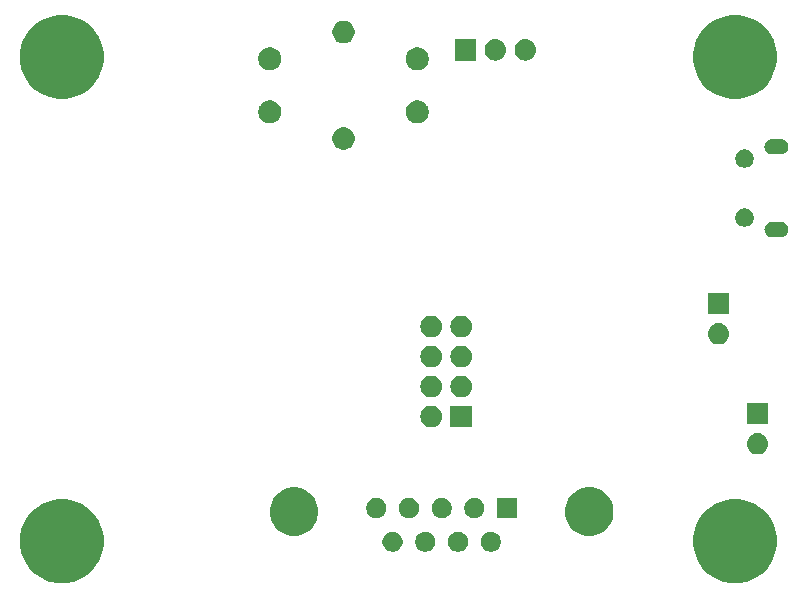
<source format=gbr>
G04 #@! TF.GenerationSoftware,KiCad,Pcbnew,5.1.4+dfsg1-1*
G04 #@! TF.CreationDate,2020-06-04T10:37:17+02:00*
G04 #@! TF.ProjectId,Telemetry,54656c65-6d65-4747-9279-2e6b69636164,rev?*
G04 #@! TF.SameCoordinates,Original*
G04 #@! TF.FileFunction,Soldermask,Bot*
G04 #@! TF.FilePolarity,Negative*
%FSLAX46Y46*%
G04 Gerber Fmt 4.6, Leading zero omitted, Abs format (unit mm)*
G04 Created by KiCad (PCBNEW 5.1.4+dfsg1-1) date 2020-06-04 10:37:17*
%MOMM*%
%LPD*%
G04 APERTURE LIST*
%ADD10C,0.100000*%
G04 APERTURE END LIST*
D10*
G36*
X246035787Y-141585462D02*
G01*
X246035790Y-141585463D01*
X246035789Y-141585463D01*
X246682029Y-141853144D01*
X247263631Y-142241758D01*
X247758242Y-142736369D01*
X248146856Y-143317971D01*
X248261541Y-143594845D01*
X248414538Y-143964213D01*
X248551000Y-144650256D01*
X248551000Y-145349744D01*
X248414538Y-146035787D01*
X248414537Y-146035789D01*
X248146856Y-146682029D01*
X247758242Y-147263631D01*
X247263631Y-147758242D01*
X246682029Y-148146856D01*
X246225068Y-148336135D01*
X246035787Y-148414538D01*
X245349744Y-148551000D01*
X244650256Y-148551000D01*
X243964213Y-148414538D01*
X243774932Y-148336135D01*
X243317971Y-148146856D01*
X242736369Y-147758242D01*
X242241758Y-147263631D01*
X241853144Y-146682029D01*
X241585463Y-146035789D01*
X241585462Y-146035787D01*
X241449000Y-145349744D01*
X241449000Y-144650256D01*
X241585462Y-143964213D01*
X241738459Y-143594845D01*
X241853144Y-143317971D01*
X242241758Y-142736369D01*
X242736369Y-142241758D01*
X243317971Y-141853144D01*
X243964211Y-141585463D01*
X243964210Y-141585463D01*
X243964213Y-141585462D01*
X244650256Y-141449000D01*
X245349744Y-141449000D01*
X246035787Y-141585462D01*
X246035787Y-141585462D01*
G37*
G36*
X189035787Y-141585462D02*
G01*
X189035790Y-141585463D01*
X189035789Y-141585463D01*
X189682029Y-141853144D01*
X190263631Y-142241758D01*
X190758242Y-142736369D01*
X191146856Y-143317971D01*
X191261541Y-143594845D01*
X191414538Y-143964213D01*
X191551000Y-144650256D01*
X191551000Y-145349744D01*
X191414538Y-146035787D01*
X191414537Y-146035789D01*
X191146856Y-146682029D01*
X190758242Y-147263631D01*
X190263631Y-147758242D01*
X189682029Y-148146856D01*
X189225068Y-148336135D01*
X189035787Y-148414538D01*
X188349744Y-148551000D01*
X187650256Y-148551000D01*
X186964213Y-148414538D01*
X186774932Y-148336135D01*
X186317971Y-148146856D01*
X185736369Y-147758242D01*
X185241758Y-147263631D01*
X184853144Y-146682029D01*
X184585463Y-146035789D01*
X184585462Y-146035787D01*
X184449000Y-145349744D01*
X184449000Y-144650256D01*
X184585462Y-143964213D01*
X184738459Y-143594845D01*
X184853144Y-143317971D01*
X185241758Y-142736369D01*
X185736369Y-142241758D01*
X186317971Y-141853144D01*
X186964211Y-141585463D01*
X186964210Y-141585463D01*
X186964213Y-141585462D01*
X187650256Y-141449000D01*
X188349744Y-141449000D01*
X189035787Y-141585462D01*
X189035787Y-141585462D01*
G37*
G36*
X216253228Y-144221703D02*
G01*
X216408100Y-144285853D01*
X216547481Y-144378985D01*
X216666015Y-144497519D01*
X216759147Y-144636900D01*
X216823297Y-144791772D01*
X216856000Y-144956184D01*
X216856000Y-145123816D01*
X216823297Y-145288228D01*
X216759147Y-145443100D01*
X216666015Y-145582481D01*
X216547481Y-145701015D01*
X216408100Y-145794147D01*
X216253228Y-145858297D01*
X216088816Y-145891000D01*
X215921184Y-145891000D01*
X215756772Y-145858297D01*
X215601900Y-145794147D01*
X215462519Y-145701015D01*
X215343985Y-145582481D01*
X215250853Y-145443100D01*
X215186703Y-145288228D01*
X215154000Y-145123816D01*
X215154000Y-144956184D01*
X215186703Y-144791772D01*
X215250853Y-144636900D01*
X215343985Y-144497519D01*
X215462519Y-144378985D01*
X215601900Y-144285853D01*
X215756772Y-144221703D01*
X215921184Y-144189000D01*
X216088816Y-144189000D01*
X216253228Y-144221703D01*
X216253228Y-144221703D01*
G37*
G36*
X219023228Y-144221703D02*
G01*
X219178100Y-144285853D01*
X219317481Y-144378985D01*
X219436015Y-144497519D01*
X219529147Y-144636900D01*
X219593297Y-144791772D01*
X219626000Y-144956184D01*
X219626000Y-145123816D01*
X219593297Y-145288228D01*
X219529147Y-145443100D01*
X219436015Y-145582481D01*
X219317481Y-145701015D01*
X219178100Y-145794147D01*
X219023228Y-145858297D01*
X218858816Y-145891000D01*
X218691184Y-145891000D01*
X218526772Y-145858297D01*
X218371900Y-145794147D01*
X218232519Y-145701015D01*
X218113985Y-145582481D01*
X218020853Y-145443100D01*
X217956703Y-145288228D01*
X217924000Y-145123816D01*
X217924000Y-144956184D01*
X217956703Y-144791772D01*
X218020853Y-144636900D01*
X218113985Y-144497519D01*
X218232519Y-144378985D01*
X218371900Y-144285853D01*
X218526772Y-144221703D01*
X218691184Y-144189000D01*
X218858816Y-144189000D01*
X219023228Y-144221703D01*
X219023228Y-144221703D01*
G37*
G36*
X221793228Y-144221703D02*
G01*
X221948100Y-144285853D01*
X222087481Y-144378985D01*
X222206015Y-144497519D01*
X222299147Y-144636900D01*
X222363297Y-144791772D01*
X222396000Y-144956184D01*
X222396000Y-145123816D01*
X222363297Y-145288228D01*
X222299147Y-145443100D01*
X222206015Y-145582481D01*
X222087481Y-145701015D01*
X221948100Y-145794147D01*
X221793228Y-145858297D01*
X221628816Y-145891000D01*
X221461184Y-145891000D01*
X221296772Y-145858297D01*
X221141900Y-145794147D01*
X221002519Y-145701015D01*
X220883985Y-145582481D01*
X220790853Y-145443100D01*
X220726703Y-145288228D01*
X220694000Y-145123816D01*
X220694000Y-144956184D01*
X220726703Y-144791772D01*
X220790853Y-144636900D01*
X220883985Y-144497519D01*
X221002519Y-144378985D01*
X221141900Y-144285853D01*
X221296772Y-144221703D01*
X221461184Y-144189000D01*
X221628816Y-144189000D01*
X221793228Y-144221703D01*
X221793228Y-144221703D01*
G37*
G36*
X224563228Y-144221703D02*
G01*
X224718100Y-144285853D01*
X224857481Y-144378985D01*
X224976015Y-144497519D01*
X225069147Y-144636900D01*
X225133297Y-144791772D01*
X225166000Y-144956184D01*
X225166000Y-145123816D01*
X225133297Y-145288228D01*
X225069147Y-145443100D01*
X224976015Y-145582481D01*
X224857481Y-145701015D01*
X224718100Y-145794147D01*
X224563228Y-145858297D01*
X224398816Y-145891000D01*
X224231184Y-145891000D01*
X224066772Y-145858297D01*
X223911900Y-145794147D01*
X223772519Y-145701015D01*
X223653985Y-145582481D01*
X223560853Y-145443100D01*
X223496703Y-145288228D01*
X223464000Y-145123816D01*
X223464000Y-144956184D01*
X223496703Y-144791772D01*
X223560853Y-144636900D01*
X223653985Y-144497519D01*
X223772519Y-144378985D01*
X223911900Y-144285853D01*
X224066772Y-144221703D01*
X224231184Y-144189000D01*
X224398816Y-144189000D01*
X224563228Y-144221703D01*
X224563228Y-144221703D01*
G37*
G36*
X233258254Y-140527818D02*
G01*
X233631511Y-140682426D01*
X233631513Y-140682427D01*
X233967436Y-140906884D01*
X234253116Y-141192564D01*
X234422359Y-141445853D01*
X234477574Y-141528489D01*
X234632182Y-141901746D01*
X234711000Y-142297993D01*
X234711000Y-142702007D01*
X234632182Y-143098254D01*
X234494213Y-143431341D01*
X234477573Y-143471513D01*
X234253116Y-143807436D01*
X233967436Y-144093116D01*
X233631513Y-144317573D01*
X233631512Y-144317574D01*
X233631511Y-144317574D01*
X233258254Y-144472182D01*
X232862007Y-144551000D01*
X232457993Y-144551000D01*
X232061746Y-144472182D01*
X231688489Y-144317574D01*
X231688488Y-144317574D01*
X231688487Y-144317573D01*
X231352564Y-144093116D01*
X231066884Y-143807436D01*
X230842427Y-143471513D01*
X230825787Y-143431341D01*
X230687818Y-143098254D01*
X230609000Y-142702007D01*
X230609000Y-142297993D01*
X230687818Y-141901746D01*
X230842426Y-141528489D01*
X230897642Y-141445853D01*
X231066884Y-141192564D01*
X231352564Y-140906884D01*
X231688487Y-140682427D01*
X231688489Y-140682426D01*
X232061746Y-140527818D01*
X232457993Y-140449000D01*
X232862007Y-140449000D01*
X233258254Y-140527818D01*
X233258254Y-140527818D01*
G37*
G36*
X208258254Y-140527818D02*
G01*
X208631511Y-140682426D01*
X208631513Y-140682427D01*
X208967436Y-140906884D01*
X209253116Y-141192564D01*
X209422359Y-141445853D01*
X209477574Y-141528489D01*
X209632182Y-141901746D01*
X209711000Y-142297993D01*
X209711000Y-142702007D01*
X209632182Y-143098254D01*
X209494213Y-143431341D01*
X209477573Y-143471513D01*
X209253116Y-143807436D01*
X208967436Y-144093116D01*
X208631513Y-144317573D01*
X208631512Y-144317574D01*
X208631511Y-144317574D01*
X208258254Y-144472182D01*
X207862007Y-144551000D01*
X207457993Y-144551000D01*
X207061746Y-144472182D01*
X206688489Y-144317574D01*
X206688488Y-144317574D01*
X206688487Y-144317573D01*
X206352564Y-144093116D01*
X206066884Y-143807436D01*
X205842427Y-143471513D01*
X205825787Y-143431341D01*
X205687818Y-143098254D01*
X205609000Y-142702007D01*
X205609000Y-142297993D01*
X205687818Y-141901746D01*
X205842426Y-141528489D01*
X205897642Y-141445853D01*
X206066884Y-141192564D01*
X206352564Y-140906884D01*
X206688487Y-140682427D01*
X206688489Y-140682426D01*
X207061746Y-140527818D01*
X207457993Y-140449000D01*
X207862007Y-140449000D01*
X208258254Y-140527818D01*
X208258254Y-140527818D01*
G37*
G36*
X223178228Y-141381703D02*
G01*
X223333100Y-141445853D01*
X223472481Y-141538985D01*
X223591015Y-141657519D01*
X223684147Y-141796900D01*
X223748297Y-141951772D01*
X223781000Y-142116184D01*
X223781000Y-142283816D01*
X223748297Y-142448228D01*
X223684147Y-142603100D01*
X223591015Y-142742481D01*
X223472481Y-142861015D01*
X223333100Y-142954147D01*
X223178228Y-143018297D01*
X223013816Y-143051000D01*
X222846184Y-143051000D01*
X222681772Y-143018297D01*
X222526900Y-142954147D01*
X222387519Y-142861015D01*
X222268985Y-142742481D01*
X222175853Y-142603100D01*
X222111703Y-142448228D01*
X222079000Y-142283816D01*
X222079000Y-142116184D01*
X222111703Y-141951772D01*
X222175853Y-141796900D01*
X222268985Y-141657519D01*
X222387519Y-141538985D01*
X222526900Y-141445853D01*
X222681772Y-141381703D01*
X222846184Y-141349000D01*
X223013816Y-141349000D01*
X223178228Y-141381703D01*
X223178228Y-141381703D01*
G37*
G36*
X226551000Y-143051000D02*
G01*
X224849000Y-143051000D01*
X224849000Y-141349000D01*
X226551000Y-141349000D01*
X226551000Y-143051000D01*
X226551000Y-143051000D01*
G37*
G36*
X214868228Y-141381703D02*
G01*
X215023100Y-141445853D01*
X215162481Y-141538985D01*
X215281015Y-141657519D01*
X215374147Y-141796900D01*
X215438297Y-141951772D01*
X215471000Y-142116184D01*
X215471000Y-142283816D01*
X215438297Y-142448228D01*
X215374147Y-142603100D01*
X215281015Y-142742481D01*
X215162481Y-142861015D01*
X215023100Y-142954147D01*
X214868228Y-143018297D01*
X214703816Y-143051000D01*
X214536184Y-143051000D01*
X214371772Y-143018297D01*
X214216900Y-142954147D01*
X214077519Y-142861015D01*
X213958985Y-142742481D01*
X213865853Y-142603100D01*
X213801703Y-142448228D01*
X213769000Y-142283816D01*
X213769000Y-142116184D01*
X213801703Y-141951772D01*
X213865853Y-141796900D01*
X213958985Y-141657519D01*
X214077519Y-141538985D01*
X214216900Y-141445853D01*
X214371772Y-141381703D01*
X214536184Y-141349000D01*
X214703816Y-141349000D01*
X214868228Y-141381703D01*
X214868228Y-141381703D01*
G37*
G36*
X220408228Y-141381703D02*
G01*
X220563100Y-141445853D01*
X220702481Y-141538985D01*
X220821015Y-141657519D01*
X220914147Y-141796900D01*
X220978297Y-141951772D01*
X221011000Y-142116184D01*
X221011000Y-142283816D01*
X220978297Y-142448228D01*
X220914147Y-142603100D01*
X220821015Y-142742481D01*
X220702481Y-142861015D01*
X220563100Y-142954147D01*
X220408228Y-143018297D01*
X220243816Y-143051000D01*
X220076184Y-143051000D01*
X219911772Y-143018297D01*
X219756900Y-142954147D01*
X219617519Y-142861015D01*
X219498985Y-142742481D01*
X219405853Y-142603100D01*
X219341703Y-142448228D01*
X219309000Y-142283816D01*
X219309000Y-142116184D01*
X219341703Y-141951772D01*
X219405853Y-141796900D01*
X219498985Y-141657519D01*
X219617519Y-141538985D01*
X219756900Y-141445853D01*
X219911772Y-141381703D01*
X220076184Y-141349000D01*
X220243816Y-141349000D01*
X220408228Y-141381703D01*
X220408228Y-141381703D01*
G37*
G36*
X217638228Y-141381703D02*
G01*
X217793100Y-141445853D01*
X217932481Y-141538985D01*
X218051015Y-141657519D01*
X218144147Y-141796900D01*
X218208297Y-141951772D01*
X218241000Y-142116184D01*
X218241000Y-142283816D01*
X218208297Y-142448228D01*
X218144147Y-142603100D01*
X218051015Y-142742481D01*
X217932481Y-142861015D01*
X217793100Y-142954147D01*
X217638228Y-143018297D01*
X217473816Y-143051000D01*
X217306184Y-143051000D01*
X217141772Y-143018297D01*
X216986900Y-142954147D01*
X216847519Y-142861015D01*
X216728985Y-142742481D01*
X216635853Y-142603100D01*
X216571703Y-142448228D01*
X216539000Y-142283816D01*
X216539000Y-142116184D01*
X216571703Y-141951772D01*
X216635853Y-141796900D01*
X216728985Y-141657519D01*
X216847519Y-141538985D01*
X216986900Y-141445853D01*
X217141772Y-141381703D01*
X217306184Y-141349000D01*
X217473816Y-141349000D01*
X217638228Y-141381703D01*
X217638228Y-141381703D01*
G37*
G36*
X247010443Y-135845519D02*
G01*
X247076627Y-135852037D01*
X247246466Y-135903557D01*
X247402991Y-135987222D01*
X247438729Y-136016552D01*
X247540186Y-136099814D01*
X247623448Y-136201271D01*
X247652778Y-136237009D01*
X247736443Y-136393534D01*
X247787963Y-136563373D01*
X247805359Y-136740000D01*
X247787963Y-136916627D01*
X247736443Y-137086466D01*
X247652778Y-137242991D01*
X247623448Y-137278729D01*
X247540186Y-137380186D01*
X247438729Y-137463448D01*
X247402991Y-137492778D01*
X247246466Y-137576443D01*
X247076627Y-137627963D01*
X247010443Y-137634481D01*
X246944260Y-137641000D01*
X246855740Y-137641000D01*
X246789557Y-137634481D01*
X246723373Y-137627963D01*
X246553534Y-137576443D01*
X246397009Y-137492778D01*
X246361271Y-137463448D01*
X246259814Y-137380186D01*
X246176552Y-137278729D01*
X246147222Y-137242991D01*
X246063557Y-137086466D01*
X246012037Y-136916627D01*
X245994641Y-136740000D01*
X246012037Y-136563373D01*
X246063557Y-136393534D01*
X246147222Y-136237009D01*
X246176552Y-136201271D01*
X246259814Y-136099814D01*
X246361271Y-136016552D01*
X246397009Y-135987222D01*
X246553534Y-135903557D01*
X246723373Y-135852037D01*
X246789557Y-135845519D01*
X246855740Y-135839000D01*
X246944260Y-135839000D01*
X247010443Y-135845519D01*
X247010443Y-135845519D01*
G37*
G36*
X222736600Y-135354600D02*
G01*
X220907400Y-135354600D01*
X220907400Y-133525400D01*
X222736600Y-133525400D01*
X222736600Y-135354600D01*
X222736600Y-135354600D01*
G37*
G36*
X219461294Y-133538633D02*
G01*
X219633695Y-133590931D01*
X219792583Y-133675858D01*
X219931849Y-133790151D01*
X220046142Y-133929417D01*
X220131069Y-134088305D01*
X220183367Y-134260706D01*
X220201025Y-134440000D01*
X220183367Y-134619294D01*
X220131069Y-134791695D01*
X220046142Y-134950583D01*
X219931849Y-135089849D01*
X219792583Y-135204142D01*
X219633695Y-135289069D01*
X219461294Y-135341367D01*
X219326931Y-135354600D01*
X219237069Y-135354600D01*
X219102706Y-135341367D01*
X218930305Y-135289069D01*
X218771417Y-135204142D01*
X218632151Y-135089849D01*
X218517858Y-134950583D01*
X218432931Y-134791695D01*
X218380633Y-134619294D01*
X218362975Y-134440000D01*
X218380633Y-134260706D01*
X218432931Y-134088305D01*
X218517858Y-133929417D01*
X218632151Y-133790151D01*
X218771417Y-133675858D01*
X218930305Y-133590931D01*
X219102706Y-133538633D01*
X219237069Y-133525400D01*
X219326931Y-133525400D01*
X219461294Y-133538633D01*
X219461294Y-133538633D01*
G37*
G36*
X247801000Y-135101000D02*
G01*
X245999000Y-135101000D01*
X245999000Y-133299000D01*
X247801000Y-133299000D01*
X247801000Y-135101000D01*
X247801000Y-135101000D01*
G37*
G36*
X222001294Y-130998633D02*
G01*
X222173695Y-131050931D01*
X222332583Y-131135858D01*
X222471849Y-131250151D01*
X222586142Y-131389417D01*
X222671069Y-131548305D01*
X222723367Y-131720706D01*
X222741025Y-131900000D01*
X222723367Y-132079294D01*
X222671069Y-132251695D01*
X222586142Y-132410583D01*
X222471849Y-132549849D01*
X222332583Y-132664142D01*
X222173695Y-132749069D01*
X222001294Y-132801367D01*
X221866931Y-132814600D01*
X221777069Y-132814600D01*
X221642706Y-132801367D01*
X221470305Y-132749069D01*
X221311417Y-132664142D01*
X221172151Y-132549849D01*
X221057858Y-132410583D01*
X220972931Y-132251695D01*
X220920633Y-132079294D01*
X220902975Y-131900000D01*
X220920633Y-131720706D01*
X220972931Y-131548305D01*
X221057858Y-131389417D01*
X221172151Y-131250151D01*
X221311417Y-131135858D01*
X221470305Y-131050931D01*
X221642706Y-130998633D01*
X221777069Y-130985400D01*
X221866931Y-130985400D01*
X222001294Y-130998633D01*
X222001294Y-130998633D01*
G37*
G36*
X219461294Y-130998633D02*
G01*
X219633695Y-131050931D01*
X219792583Y-131135858D01*
X219931849Y-131250151D01*
X220046142Y-131389417D01*
X220131069Y-131548305D01*
X220183367Y-131720706D01*
X220201025Y-131900000D01*
X220183367Y-132079294D01*
X220131069Y-132251695D01*
X220046142Y-132410583D01*
X219931849Y-132549849D01*
X219792583Y-132664142D01*
X219633695Y-132749069D01*
X219461294Y-132801367D01*
X219326931Y-132814600D01*
X219237069Y-132814600D01*
X219102706Y-132801367D01*
X218930305Y-132749069D01*
X218771417Y-132664142D01*
X218632151Y-132549849D01*
X218517858Y-132410583D01*
X218432931Y-132251695D01*
X218380633Y-132079294D01*
X218362975Y-131900000D01*
X218380633Y-131720706D01*
X218432931Y-131548305D01*
X218517858Y-131389417D01*
X218632151Y-131250151D01*
X218771417Y-131135858D01*
X218930305Y-131050931D01*
X219102706Y-130998633D01*
X219237069Y-130985400D01*
X219326931Y-130985400D01*
X219461294Y-130998633D01*
X219461294Y-130998633D01*
G37*
G36*
X219461294Y-128458633D02*
G01*
X219633695Y-128510931D01*
X219792583Y-128595858D01*
X219931849Y-128710151D01*
X220046142Y-128849417D01*
X220131069Y-129008305D01*
X220183367Y-129180706D01*
X220201025Y-129360000D01*
X220183367Y-129539294D01*
X220131069Y-129711695D01*
X220046142Y-129870583D01*
X219931849Y-130009849D01*
X219792583Y-130124142D01*
X219633695Y-130209069D01*
X219461294Y-130261367D01*
X219326931Y-130274600D01*
X219237069Y-130274600D01*
X219102706Y-130261367D01*
X218930305Y-130209069D01*
X218771417Y-130124142D01*
X218632151Y-130009849D01*
X218517858Y-129870583D01*
X218432931Y-129711695D01*
X218380633Y-129539294D01*
X218362975Y-129360000D01*
X218380633Y-129180706D01*
X218432931Y-129008305D01*
X218517858Y-128849417D01*
X218632151Y-128710151D01*
X218771417Y-128595858D01*
X218930305Y-128510931D01*
X219102706Y-128458633D01*
X219237069Y-128445400D01*
X219326931Y-128445400D01*
X219461294Y-128458633D01*
X219461294Y-128458633D01*
G37*
G36*
X222001294Y-128458633D02*
G01*
X222173695Y-128510931D01*
X222332583Y-128595858D01*
X222471849Y-128710151D01*
X222586142Y-128849417D01*
X222671069Y-129008305D01*
X222723367Y-129180706D01*
X222741025Y-129360000D01*
X222723367Y-129539294D01*
X222671069Y-129711695D01*
X222586142Y-129870583D01*
X222471849Y-130009849D01*
X222332583Y-130124142D01*
X222173695Y-130209069D01*
X222001294Y-130261367D01*
X221866931Y-130274600D01*
X221777069Y-130274600D01*
X221642706Y-130261367D01*
X221470305Y-130209069D01*
X221311417Y-130124142D01*
X221172151Y-130009849D01*
X221057858Y-129870583D01*
X220972931Y-129711695D01*
X220920633Y-129539294D01*
X220902975Y-129360000D01*
X220920633Y-129180706D01*
X220972931Y-129008305D01*
X221057858Y-128849417D01*
X221172151Y-128710151D01*
X221311417Y-128595858D01*
X221470305Y-128510931D01*
X221642706Y-128458633D01*
X221777069Y-128445400D01*
X221866931Y-128445400D01*
X222001294Y-128458633D01*
X222001294Y-128458633D01*
G37*
G36*
X243710442Y-126545518D02*
G01*
X243776627Y-126552037D01*
X243946466Y-126603557D01*
X244102991Y-126687222D01*
X244138729Y-126716552D01*
X244240186Y-126799814D01*
X244323448Y-126901271D01*
X244352778Y-126937009D01*
X244436443Y-127093534D01*
X244487963Y-127263373D01*
X244505359Y-127440000D01*
X244487963Y-127616627D01*
X244436443Y-127786466D01*
X244352778Y-127942991D01*
X244323448Y-127978729D01*
X244240186Y-128080186D01*
X244138729Y-128163448D01*
X244102991Y-128192778D01*
X243946466Y-128276443D01*
X243776627Y-128327963D01*
X243710443Y-128334481D01*
X243644260Y-128341000D01*
X243555740Y-128341000D01*
X243489557Y-128334481D01*
X243423373Y-128327963D01*
X243253534Y-128276443D01*
X243097009Y-128192778D01*
X243061271Y-128163448D01*
X242959814Y-128080186D01*
X242876552Y-127978729D01*
X242847222Y-127942991D01*
X242763557Y-127786466D01*
X242712037Y-127616627D01*
X242694641Y-127440000D01*
X242712037Y-127263373D01*
X242763557Y-127093534D01*
X242847222Y-126937009D01*
X242876552Y-126901271D01*
X242959814Y-126799814D01*
X243061271Y-126716552D01*
X243097009Y-126687222D01*
X243253534Y-126603557D01*
X243423373Y-126552037D01*
X243489558Y-126545518D01*
X243555740Y-126539000D01*
X243644260Y-126539000D01*
X243710442Y-126545518D01*
X243710442Y-126545518D01*
G37*
G36*
X219461294Y-125918633D02*
G01*
X219633695Y-125970931D01*
X219792583Y-126055858D01*
X219931849Y-126170151D01*
X220046142Y-126309417D01*
X220131069Y-126468305D01*
X220183367Y-126640706D01*
X220201025Y-126820000D01*
X220183367Y-126999294D01*
X220131069Y-127171695D01*
X220046142Y-127330583D01*
X219931849Y-127469849D01*
X219792583Y-127584142D01*
X219633695Y-127669069D01*
X219461294Y-127721367D01*
X219326931Y-127734600D01*
X219237069Y-127734600D01*
X219102706Y-127721367D01*
X218930305Y-127669069D01*
X218771417Y-127584142D01*
X218632151Y-127469849D01*
X218517858Y-127330583D01*
X218432931Y-127171695D01*
X218380633Y-126999294D01*
X218362975Y-126820000D01*
X218380633Y-126640706D01*
X218432931Y-126468305D01*
X218517858Y-126309417D01*
X218632151Y-126170151D01*
X218771417Y-126055858D01*
X218930305Y-125970931D01*
X219102706Y-125918633D01*
X219237069Y-125905400D01*
X219326931Y-125905400D01*
X219461294Y-125918633D01*
X219461294Y-125918633D01*
G37*
G36*
X222001294Y-125918633D02*
G01*
X222173695Y-125970931D01*
X222332583Y-126055858D01*
X222471849Y-126170151D01*
X222586142Y-126309417D01*
X222671069Y-126468305D01*
X222723367Y-126640706D01*
X222741025Y-126820000D01*
X222723367Y-126999294D01*
X222671069Y-127171695D01*
X222586142Y-127330583D01*
X222471849Y-127469849D01*
X222332583Y-127584142D01*
X222173695Y-127669069D01*
X222001294Y-127721367D01*
X221866931Y-127734600D01*
X221777069Y-127734600D01*
X221642706Y-127721367D01*
X221470305Y-127669069D01*
X221311417Y-127584142D01*
X221172151Y-127469849D01*
X221057858Y-127330583D01*
X220972931Y-127171695D01*
X220920633Y-126999294D01*
X220902975Y-126820000D01*
X220920633Y-126640706D01*
X220972931Y-126468305D01*
X221057858Y-126309417D01*
X221172151Y-126170151D01*
X221311417Y-126055858D01*
X221470305Y-125970931D01*
X221642706Y-125918633D01*
X221777069Y-125905400D01*
X221866931Y-125905400D01*
X222001294Y-125918633D01*
X222001294Y-125918633D01*
G37*
G36*
X244501000Y-125801000D02*
G01*
X242699000Y-125801000D01*
X242699000Y-123999000D01*
X244501000Y-123999000D01*
X244501000Y-125801000D01*
X244501000Y-125801000D01*
G37*
G36*
X248913855Y-117952140D02*
G01*
X248977618Y-117958420D01*
X249068404Y-117985960D01*
X249100336Y-117995646D01*
X249213425Y-118056094D01*
X249312554Y-118137446D01*
X249393906Y-118236575D01*
X249454354Y-118349664D01*
X249454355Y-118349668D01*
X249491580Y-118472382D01*
X249504149Y-118600000D01*
X249491580Y-118727618D01*
X249464040Y-118818404D01*
X249454354Y-118850336D01*
X249393906Y-118963425D01*
X249312554Y-119062554D01*
X249213425Y-119143906D01*
X249100336Y-119204354D01*
X249068404Y-119214040D01*
X248977618Y-119241580D01*
X248913855Y-119247860D01*
X248881974Y-119251000D01*
X248118026Y-119251000D01*
X248086145Y-119247860D01*
X248022382Y-119241580D01*
X247931596Y-119214040D01*
X247899664Y-119204354D01*
X247786575Y-119143906D01*
X247687446Y-119062554D01*
X247606094Y-118963425D01*
X247545646Y-118850336D01*
X247535960Y-118818404D01*
X247508420Y-118727618D01*
X247495851Y-118600000D01*
X247508420Y-118472382D01*
X247545645Y-118349668D01*
X247545646Y-118349664D01*
X247606094Y-118236575D01*
X247687446Y-118137446D01*
X247786575Y-118056094D01*
X247899664Y-117995646D01*
X247931596Y-117985960D01*
X248022382Y-117958420D01*
X248086145Y-117952140D01*
X248118026Y-117949000D01*
X248881974Y-117949000D01*
X248913855Y-117952140D01*
X248913855Y-117952140D01*
G37*
G36*
X246026348Y-116853820D02*
G01*
X246026350Y-116853821D01*
X246026351Y-116853821D01*
X246167574Y-116912317D01*
X246167577Y-116912319D01*
X246294669Y-116997239D01*
X246402761Y-117105331D01*
X246487681Y-117232423D01*
X246487683Y-117232426D01*
X246546179Y-117373649D01*
X246576000Y-117523571D01*
X246576000Y-117676429D01*
X246546179Y-117826351D01*
X246487683Y-117967574D01*
X246487681Y-117967577D01*
X246402761Y-118094669D01*
X246294669Y-118202761D01*
X246167577Y-118287681D01*
X246167574Y-118287683D01*
X246026351Y-118346179D01*
X246026350Y-118346179D01*
X246026348Y-118346180D01*
X245876431Y-118376000D01*
X245723569Y-118376000D01*
X245573652Y-118346180D01*
X245573650Y-118346179D01*
X245573649Y-118346179D01*
X245432426Y-118287683D01*
X245432423Y-118287681D01*
X245305331Y-118202761D01*
X245197239Y-118094669D01*
X245112319Y-117967577D01*
X245112317Y-117967574D01*
X245053821Y-117826351D01*
X245024000Y-117676429D01*
X245024000Y-117523571D01*
X245053821Y-117373649D01*
X245112317Y-117232426D01*
X245112319Y-117232423D01*
X245197239Y-117105331D01*
X245305331Y-116997239D01*
X245432423Y-116912319D01*
X245432426Y-116912317D01*
X245573649Y-116853821D01*
X245573650Y-116853821D01*
X245573652Y-116853820D01*
X245723569Y-116824000D01*
X245876431Y-116824000D01*
X246026348Y-116853820D01*
X246026348Y-116853820D01*
G37*
G36*
X246026348Y-111853820D02*
G01*
X246026350Y-111853821D01*
X246026351Y-111853821D01*
X246167574Y-111912317D01*
X246167577Y-111912319D01*
X246294669Y-111997239D01*
X246402761Y-112105331D01*
X246487681Y-112232423D01*
X246487683Y-112232426D01*
X246546179Y-112373649D01*
X246576000Y-112523571D01*
X246576000Y-112676429D01*
X246546179Y-112826351D01*
X246487683Y-112967574D01*
X246487681Y-112967577D01*
X246402761Y-113094669D01*
X246294669Y-113202761D01*
X246167577Y-113287681D01*
X246167574Y-113287683D01*
X246026351Y-113346179D01*
X246026350Y-113346179D01*
X246026348Y-113346180D01*
X245876431Y-113376000D01*
X245723569Y-113376000D01*
X245573652Y-113346180D01*
X245573650Y-113346179D01*
X245573649Y-113346179D01*
X245432426Y-113287683D01*
X245432423Y-113287681D01*
X245305331Y-113202761D01*
X245197239Y-113094669D01*
X245112319Y-112967577D01*
X245112317Y-112967574D01*
X245053821Y-112826351D01*
X245024000Y-112676429D01*
X245024000Y-112523571D01*
X245053821Y-112373649D01*
X245112317Y-112232426D01*
X245112319Y-112232423D01*
X245197239Y-112105331D01*
X245305331Y-111997239D01*
X245432423Y-111912319D01*
X245432426Y-111912317D01*
X245573649Y-111853821D01*
X245573650Y-111853821D01*
X245573652Y-111853820D01*
X245723569Y-111824000D01*
X245876431Y-111824000D01*
X246026348Y-111853820D01*
X246026348Y-111853820D01*
G37*
G36*
X248913855Y-110952140D02*
G01*
X248977618Y-110958420D01*
X249068404Y-110985960D01*
X249100336Y-110995646D01*
X249213425Y-111056094D01*
X249312554Y-111137446D01*
X249393906Y-111236575D01*
X249454354Y-111349664D01*
X249464040Y-111381596D01*
X249491580Y-111472382D01*
X249504149Y-111600000D01*
X249491580Y-111727618D01*
X249464040Y-111818404D01*
X249454354Y-111850336D01*
X249393906Y-111963425D01*
X249312554Y-112062554D01*
X249213425Y-112143906D01*
X249100336Y-112204354D01*
X249068404Y-112214040D01*
X248977618Y-112241580D01*
X248913855Y-112247860D01*
X248881974Y-112251000D01*
X248118026Y-112251000D01*
X248086145Y-112247860D01*
X248022382Y-112241580D01*
X247931596Y-112214040D01*
X247899664Y-112204354D01*
X247786575Y-112143906D01*
X247687446Y-112062554D01*
X247606094Y-111963425D01*
X247545646Y-111850336D01*
X247535960Y-111818404D01*
X247508420Y-111727618D01*
X247495851Y-111600000D01*
X247508420Y-111472382D01*
X247535960Y-111381596D01*
X247545646Y-111349664D01*
X247606094Y-111236575D01*
X247687446Y-111137446D01*
X247786575Y-111056094D01*
X247899664Y-110995646D01*
X247931596Y-110985960D01*
X248022382Y-110958420D01*
X248086145Y-110952140D01*
X248118026Y-110949000D01*
X248881974Y-110949000D01*
X248913855Y-110952140D01*
X248913855Y-110952140D01*
G37*
G36*
X212127395Y-109985546D02*
G01*
X212300466Y-110057234D01*
X212300467Y-110057235D01*
X212456227Y-110161310D01*
X212588690Y-110293773D01*
X212588691Y-110293775D01*
X212692766Y-110449534D01*
X212764454Y-110622605D01*
X212801000Y-110806333D01*
X212801000Y-110993667D01*
X212764454Y-111177395D01*
X212692766Y-111350466D01*
X212692765Y-111350467D01*
X212588690Y-111506227D01*
X212456227Y-111638690D01*
X212377818Y-111691081D01*
X212300466Y-111742766D01*
X212127395Y-111814454D01*
X211943667Y-111851000D01*
X211756333Y-111851000D01*
X211572605Y-111814454D01*
X211399534Y-111742766D01*
X211322182Y-111691081D01*
X211243773Y-111638690D01*
X211111310Y-111506227D01*
X211007235Y-111350467D01*
X211007234Y-111350466D01*
X210935546Y-111177395D01*
X210899000Y-110993667D01*
X210899000Y-110806333D01*
X210935546Y-110622605D01*
X211007234Y-110449534D01*
X211111309Y-110293775D01*
X211111310Y-110293773D01*
X211243773Y-110161310D01*
X211399533Y-110057235D01*
X211399534Y-110057234D01*
X211572605Y-109985546D01*
X211756333Y-109949000D01*
X211943667Y-109949000D01*
X212127395Y-109985546D01*
X212127395Y-109985546D01*
G37*
G36*
X205884687Y-107711507D02*
G01*
X205884690Y-107711508D01*
X205884689Y-107711508D01*
X206062309Y-107785080D01*
X206062310Y-107785081D01*
X206222161Y-107891889D01*
X206358111Y-108027839D01*
X206447158Y-108161109D01*
X206464920Y-108187691D01*
X206521825Y-108325073D01*
X206538493Y-108365313D01*
X206576000Y-108553871D01*
X206576000Y-108746129D01*
X206538493Y-108934687D01*
X206538492Y-108934689D01*
X206464920Y-109112309D01*
X206464919Y-109112310D01*
X206358111Y-109272161D01*
X206222161Y-109408111D01*
X206088891Y-109497158D01*
X206062309Y-109514920D01*
X205924927Y-109571825D01*
X205884687Y-109588493D01*
X205696129Y-109626000D01*
X205503871Y-109626000D01*
X205315313Y-109588493D01*
X205275073Y-109571825D01*
X205137691Y-109514920D01*
X205111109Y-109497158D01*
X204977839Y-109408111D01*
X204841889Y-109272161D01*
X204735081Y-109112310D01*
X204735080Y-109112309D01*
X204661508Y-108934689D01*
X204661507Y-108934687D01*
X204624000Y-108746129D01*
X204624000Y-108553871D01*
X204661507Y-108365313D01*
X204678175Y-108325073D01*
X204735080Y-108187691D01*
X204752842Y-108161109D01*
X204841889Y-108027839D01*
X204977839Y-107891889D01*
X205137690Y-107785081D01*
X205137691Y-107785080D01*
X205315311Y-107711508D01*
X205315310Y-107711508D01*
X205315313Y-107711507D01*
X205503871Y-107674000D01*
X205696129Y-107674000D01*
X205884687Y-107711507D01*
X205884687Y-107711507D01*
G37*
G36*
X218384687Y-107711507D02*
G01*
X218384690Y-107711508D01*
X218384689Y-107711508D01*
X218562309Y-107785080D01*
X218562310Y-107785081D01*
X218722161Y-107891889D01*
X218858111Y-108027839D01*
X218947158Y-108161109D01*
X218964920Y-108187691D01*
X219021825Y-108325073D01*
X219038493Y-108365313D01*
X219076000Y-108553871D01*
X219076000Y-108746129D01*
X219038493Y-108934687D01*
X219038492Y-108934689D01*
X218964920Y-109112309D01*
X218964919Y-109112310D01*
X218858111Y-109272161D01*
X218722161Y-109408111D01*
X218588891Y-109497158D01*
X218562309Y-109514920D01*
X218424927Y-109571825D01*
X218384687Y-109588493D01*
X218196129Y-109626000D01*
X218003871Y-109626000D01*
X217815313Y-109588493D01*
X217775073Y-109571825D01*
X217637691Y-109514920D01*
X217611109Y-109497158D01*
X217477839Y-109408111D01*
X217341889Y-109272161D01*
X217235081Y-109112310D01*
X217235080Y-109112309D01*
X217161508Y-108934689D01*
X217161507Y-108934687D01*
X217124000Y-108746129D01*
X217124000Y-108553871D01*
X217161507Y-108365313D01*
X217178175Y-108325073D01*
X217235080Y-108187691D01*
X217252842Y-108161109D01*
X217341889Y-108027839D01*
X217477839Y-107891889D01*
X217637690Y-107785081D01*
X217637691Y-107785080D01*
X217815311Y-107711508D01*
X217815310Y-107711508D01*
X217815313Y-107711507D01*
X218003871Y-107674000D01*
X218196129Y-107674000D01*
X218384687Y-107711507D01*
X218384687Y-107711507D01*
G37*
G36*
X189035787Y-100585462D02*
G01*
X189035790Y-100585463D01*
X189035789Y-100585463D01*
X189682029Y-100853144D01*
X190263631Y-101241758D01*
X190758242Y-101736369D01*
X191146856Y-102317971D01*
X191261541Y-102594845D01*
X191414538Y-102964213D01*
X191551000Y-103650256D01*
X191551000Y-104349744D01*
X191414538Y-105035787D01*
X191336135Y-105225068D01*
X191146856Y-105682029D01*
X190758242Y-106263631D01*
X190263631Y-106758242D01*
X189682029Y-107146856D01*
X189225068Y-107336135D01*
X189035787Y-107414538D01*
X188349744Y-107551000D01*
X187650256Y-107551000D01*
X186964213Y-107414538D01*
X186774932Y-107336135D01*
X186317971Y-107146856D01*
X185736369Y-106758242D01*
X185241758Y-106263631D01*
X184853144Y-105682029D01*
X184663865Y-105225068D01*
X184585462Y-105035787D01*
X184449000Y-104349744D01*
X184449000Y-103650256D01*
X184585462Y-102964213D01*
X184738459Y-102594845D01*
X184853144Y-102317971D01*
X185241758Y-101736369D01*
X185736369Y-101241758D01*
X186317971Y-100853144D01*
X186964211Y-100585463D01*
X186964210Y-100585463D01*
X186964213Y-100585462D01*
X187650256Y-100449000D01*
X188349744Y-100449000D01*
X189035787Y-100585462D01*
X189035787Y-100585462D01*
G37*
G36*
X246035787Y-100585462D02*
G01*
X246035790Y-100585463D01*
X246035789Y-100585463D01*
X246682029Y-100853144D01*
X247263631Y-101241758D01*
X247758242Y-101736369D01*
X248146856Y-102317971D01*
X248261541Y-102594845D01*
X248414538Y-102964213D01*
X248551000Y-103650256D01*
X248551000Y-104349744D01*
X248414538Y-105035787D01*
X248336135Y-105225068D01*
X248146856Y-105682029D01*
X247758242Y-106263631D01*
X247263631Y-106758242D01*
X246682029Y-107146856D01*
X246225068Y-107336135D01*
X246035787Y-107414538D01*
X245349744Y-107551000D01*
X244650256Y-107551000D01*
X243964213Y-107414538D01*
X243774932Y-107336135D01*
X243317971Y-107146856D01*
X242736369Y-106758242D01*
X242241758Y-106263631D01*
X241853144Y-105682029D01*
X241663865Y-105225068D01*
X241585462Y-105035787D01*
X241449000Y-104349744D01*
X241449000Y-103650256D01*
X241585462Y-102964213D01*
X241738459Y-102594845D01*
X241853144Y-102317971D01*
X242241758Y-101736369D01*
X242736369Y-101241758D01*
X243317971Y-100853144D01*
X243964211Y-100585463D01*
X243964210Y-100585463D01*
X243964213Y-100585462D01*
X244650256Y-100449000D01*
X245349744Y-100449000D01*
X246035787Y-100585462D01*
X246035787Y-100585462D01*
G37*
G36*
X205884687Y-103211507D02*
G01*
X205884690Y-103211508D01*
X205884689Y-103211508D01*
X206062309Y-103285080D01*
X206062310Y-103285081D01*
X206222161Y-103391889D01*
X206358111Y-103527839D01*
X206439526Y-103649686D01*
X206464920Y-103687691D01*
X206489265Y-103746466D01*
X206538493Y-103865313D01*
X206576000Y-104053871D01*
X206576000Y-104246129D01*
X206538493Y-104434687D01*
X206538492Y-104434689D01*
X206464920Y-104612309D01*
X206464919Y-104612310D01*
X206358111Y-104772161D01*
X206222161Y-104908111D01*
X206088891Y-104997158D01*
X206062309Y-105014920D01*
X205924927Y-105071825D01*
X205884687Y-105088493D01*
X205696129Y-105126000D01*
X205503871Y-105126000D01*
X205315313Y-105088493D01*
X205275073Y-105071825D01*
X205137691Y-105014920D01*
X205111109Y-104997158D01*
X204977839Y-104908111D01*
X204841889Y-104772161D01*
X204735081Y-104612310D01*
X204735080Y-104612309D01*
X204661508Y-104434689D01*
X204661507Y-104434687D01*
X204624000Y-104246129D01*
X204624000Y-104053871D01*
X204661507Y-103865313D01*
X204710735Y-103746466D01*
X204735080Y-103687691D01*
X204760474Y-103649686D01*
X204841889Y-103527839D01*
X204977839Y-103391889D01*
X205137690Y-103285081D01*
X205137691Y-103285080D01*
X205315311Y-103211508D01*
X205315310Y-103211508D01*
X205315313Y-103211507D01*
X205503871Y-103174000D01*
X205696129Y-103174000D01*
X205884687Y-103211507D01*
X205884687Y-103211507D01*
G37*
G36*
X218384687Y-103211507D02*
G01*
X218384690Y-103211508D01*
X218384689Y-103211508D01*
X218562309Y-103285080D01*
X218562310Y-103285081D01*
X218722161Y-103391889D01*
X218858111Y-103527839D01*
X218939526Y-103649686D01*
X218964920Y-103687691D01*
X218989265Y-103746466D01*
X219038493Y-103865313D01*
X219076000Y-104053871D01*
X219076000Y-104246129D01*
X219038493Y-104434687D01*
X219038492Y-104434689D01*
X218964920Y-104612309D01*
X218964919Y-104612310D01*
X218858111Y-104772161D01*
X218722161Y-104908111D01*
X218588891Y-104997158D01*
X218562309Y-105014920D01*
X218424927Y-105071825D01*
X218384687Y-105088493D01*
X218196129Y-105126000D01*
X218003871Y-105126000D01*
X217815313Y-105088493D01*
X217775073Y-105071825D01*
X217637691Y-105014920D01*
X217611109Y-104997158D01*
X217477839Y-104908111D01*
X217341889Y-104772161D01*
X217235081Y-104612310D01*
X217235080Y-104612309D01*
X217161508Y-104434689D01*
X217161507Y-104434687D01*
X217124000Y-104246129D01*
X217124000Y-104053871D01*
X217161507Y-103865313D01*
X217210735Y-103746466D01*
X217235080Y-103687691D01*
X217260474Y-103649686D01*
X217341889Y-103527839D01*
X217477839Y-103391889D01*
X217637690Y-103285081D01*
X217637691Y-103285080D01*
X217815311Y-103211508D01*
X217815310Y-103211508D01*
X217815313Y-103211507D01*
X218003871Y-103174000D01*
X218196129Y-103174000D01*
X218384687Y-103211507D01*
X218384687Y-103211507D01*
G37*
G36*
X227350443Y-102505519D02*
G01*
X227416627Y-102512037D01*
X227586466Y-102563557D01*
X227742991Y-102647222D01*
X227778729Y-102676552D01*
X227880186Y-102759814D01*
X227955019Y-102851000D01*
X227992778Y-102897009D01*
X228076443Y-103053534D01*
X228127963Y-103223373D01*
X228145359Y-103400000D01*
X228127963Y-103576627D01*
X228076443Y-103746466D01*
X227992778Y-103902991D01*
X227963448Y-103938729D01*
X227880186Y-104040186D01*
X227778729Y-104123448D01*
X227742991Y-104152778D01*
X227586466Y-104236443D01*
X227416627Y-104287963D01*
X227350443Y-104294481D01*
X227284260Y-104301000D01*
X227195740Y-104301000D01*
X227129557Y-104294481D01*
X227063373Y-104287963D01*
X226893534Y-104236443D01*
X226737009Y-104152778D01*
X226701271Y-104123448D01*
X226599814Y-104040186D01*
X226516552Y-103938729D01*
X226487222Y-103902991D01*
X226403557Y-103746466D01*
X226352037Y-103576627D01*
X226334641Y-103400000D01*
X226352037Y-103223373D01*
X226403557Y-103053534D01*
X226487222Y-102897009D01*
X226524981Y-102851000D01*
X226599814Y-102759814D01*
X226701271Y-102676552D01*
X226737009Y-102647222D01*
X226893534Y-102563557D01*
X227063373Y-102512037D01*
X227129558Y-102505518D01*
X227195740Y-102499000D01*
X227284260Y-102499000D01*
X227350443Y-102505519D01*
X227350443Y-102505519D01*
G37*
G36*
X224810443Y-102505519D02*
G01*
X224876627Y-102512037D01*
X225046466Y-102563557D01*
X225202991Y-102647222D01*
X225238729Y-102676552D01*
X225340186Y-102759814D01*
X225415019Y-102851000D01*
X225452778Y-102897009D01*
X225536443Y-103053534D01*
X225587963Y-103223373D01*
X225605359Y-103400000D01*
X225587963Y-103576627D01*
X225536443Y-103746466D01*
X225452778Y-103902991D01*
X225423448Y-103938729D01*
X225340186Y-104040186D01*
X225238729Y-104123448D01*
X225202991Y-104152778D01*
X225046466Y-104236443D01*
X224876627Y-104287963D01*
X224810443Y-104294481D01*
X224744260Y-104301000D01*
X224655740Y-104301000D01*
X224589557Y-104294481D01*
X224523373Y-104287963D01*
X224353534Y-104236443D01*
X224197009Y-104152778D01*
X224161271Y-104123448D01*
X224059814Y-104040186D01*
X223976552Y-103938729D01*
X223947222Y-103902991D01*
X223863557Y-103746466D01*
X223812037Y-103576627D01*
X223794641Y-103400000D01*
X223812037Y-103223373D01*
X223863557Y-103053534D01*
X223947222Y-102897009D01*
X223984981Y-102851000D01*
X224059814Y-102759814D01*
X224161271Y-102676552D01*
X224197009Y-102647222D01*
X224353534Y-102563557D01*
X224523373Y-102512037D01*
X224589558Y-102505518D01*
X224655740Y-102499000D01*
X224744260Y-102499000D01*
X224810443Y-102505519D01*
X224810443Y-102505519D01*
G37*
G36*
X223061000Y-104301000D02*
G01*
X221259000Y-104301000D01*
X221259000Y-102499000D01*
X223061000Y-102499000D01*
X223061000Y-104301000D01*
X223061000Y-104301000D01*
G37*
G36*
X212127395Y-100985546D02*
G01*
X212300466Y-101057234D01*
X212300467Y-101057235D01*
X212456227Y-101161310D01*
X212588690Y-101293773D01*
X212641081Y-101372182D01*
X212692766Y-101449534D01*
X212764454Y-101622605D01*
X212801000Y-101806333D01*
X212801000Y-101993667D01*
X212764454Y-102177395D01*
X212692766Y-102350466D01*
X212692765Y-102350467D01*
X212588690Y-102506227D01*
X212456227Y-102638690D01*
X212377818Y-102691081D01*
X212300466Y-102742766D01*
X212127395Y-102814454D01*
X211943667Y-102851000D01*
X211756333Y-102851000D01*
X211572605Y-102814454D01*
X211399534Y-102742766D01*
X211322182Y-102691081D01*
X211243773Y-102638690D01*
X211111310Y-102506227D01*
X211007235Y-102350467D01*
X211007234Y-102350466D01*
X210935546Y-102177395D01*
X210899000Y-101993667D01*
X210899000Y-101806333D01*
X210935546Y-101622605D01*
X211007234Y-101449534D01*
X211058919Y-101372182D01*
X211111310Y-101293773D01*
X211243773Y-101161310D01*
X211399533Y-101057235D01*
X211399534Y-101057234D01*
X211572605Y-100985546D01*
X211756333Y-100949000D01*
X211943667Y-100949000D01*
X212127395Y-100985546D01*
X212127395Y-100985546D01*
G37*
M02*

</source>
